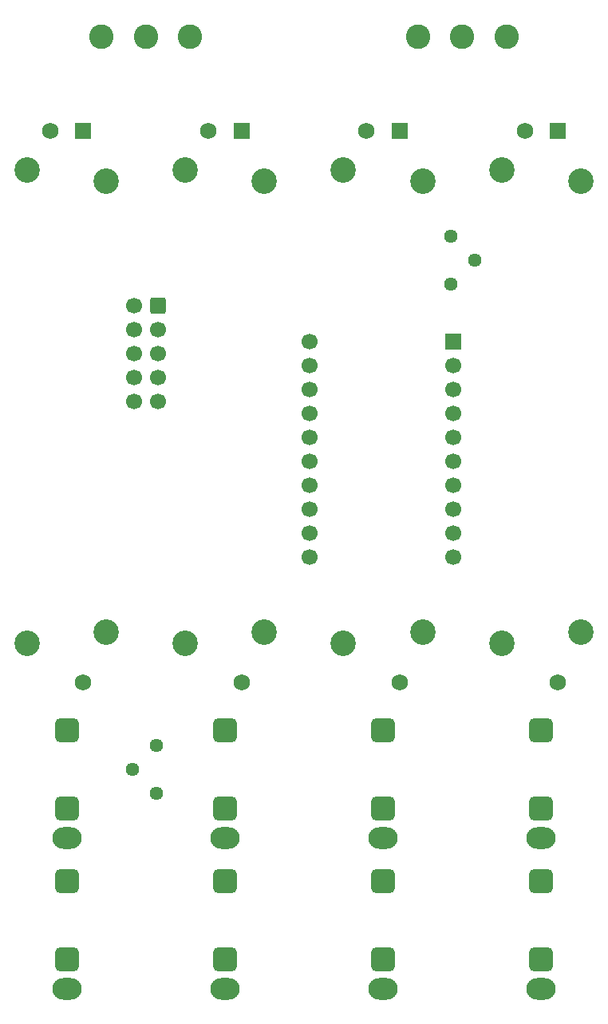
<source format=gbs>
G04 #@! TF.GenerationSoftware,KiCad,Pcbnew,7.0.7*
G04 #@! TF.CreationDate,2025-10-31T21:12:30+08:00*
G04 #@! TF.ProjectId,3340_VCO,33333430-5f56-4434-9f2e-6b696361645f,rev?*
G04 #@! TF.SameCoordinates,Original*
G04 #@! TF.FileFunction,Soldermask,Bot*
G04 #@! TF.FilePolarity,Negative*
%FSLAX46Y46*%
G04 Gerber Fmt 4.6, Leading zero omitted, Abs format (unit mm)*
G04 Created by KiCad (PCBNEW 7.0.7) date 2025-10-31 21:12:30*
%MOMM*%
%LPD*%
G01*
G04 APERTURE LIST*
G04 Aperture macros list*
%AMRoundRect*
0 Rectangle with rounded corners*
0 $1 Rounding radius*
0 $2 $3 $4 $5 $6 $7 $8 $9 X,Y pos of 4 corners*
0 Add a 4 corners polygon primitive as box body*
4,1,4,$2,$3,$4,$5,$6,$7,$8,$9,$2,$3,0*
0 Add four circle primitives for the rounded corners*
1,1,$1+$1,$2,$3*
1,1,$1+$1,$4,$5*
1,1,$1+$1,$6,$7*
1,1,$1+$1,$8,$9*
0 Add four rect primitives between the rounded corners*
20,1,$1+$1,$2,$3,$4,$5,0*
20,1,$1+$1,$4,$5,$6,$7,0*
20,1,$1+$1,$6,$7,$8,$9,0*
20,1,$1+$1,$8,$9,$2,$3,0*%
G04 Aperture macros list end*
%ADD10O,3.100000X2.300000*%
%ADD11RoundRect,0.650000X-0.650000X-0.650000X0.650000X-0.650000X0.650000X0.650000X-0.650000X0.650000X0*%
%ADD12C,2.600000*%
%ADD13R,1.750000X1.750000*%
%ADD14C,1.750000*%
%ADD15C,2.700000*%
%ADD16C,1.440000*%
%ADD17R,1.700000X1.700000*%
%ADD18C,1.700000*%
%ADD19RoundRect,0.250000X0.600000X0.600000X-0.600000X0.600000X-0.600000X-0.600000X0.600000X-0.600000X0*%
G04 APERTURE END LIST*
D10*
X108390000Y-150480000D03*
D11*
X108390000Y-139080000D03*
X108390000Y-147380000D03*
D10*
X74830000Y-150480000D03*
D11*
X74830000Y-139080000D03*
X74830000Y-147380000D03*
D12*
X112080000Y-49500000D03*
X116780000Y-49500000D03*
X121480000Y-49500000D03*
D13*
X126920000Y-59500000D03*
D14*
X123420000Y-59500000D03*
X126920000Y-118000000D03*
D15*
X120970000Y-63650000D03*
X129370000Y-64850000D03*
X129370000Y-112650000D03*
X120970000Y-113850000D03*
D10*
X125170000Y-134480000D03*
D11*
X125170000Y-123080000D03*
X125170000Y-131380000D03*
D13*
X76580000Y-59500000D03*
D14*
X73080000Y-59500000D03*
X76580000Y-118000000D03*
D15*
X70630000Y-63650000D03*
X79030000Y-64850000D03*
X79030000Y-112650000D03*
X70630000Y-113850000D03*
D12*
X78520000Y-49500000D03*
X83220000Y-49500000D03*
X87920000Y-49500000D03*
D10*
X91610000Y-150480000D03*
D11*
X91610000Y-139080000D03*
X91610000Y-147380000D03*
D10*
X125170000Y-150480000D03*
D11*
X125170000Y-139080000D03*
X125170000Y-147380000D03*
D13*
X93360000Y-59500000D03*
D14*
X89860000Y-59500000D03*
X93360000Y-118000000D03*
D15*
X87410000Y-63650000D03*
X95810000Y-64850000D03*
X95810000Y-112650000D03*
X87410000Y-113850000D03*
D13*
X110140000Y-59500000D03*
D14*
X106640000Y-59500000D03*
X110140000Y-118000000D03*
D15*
X104190000Y-63650000D03*
X112590000Y-64850000D03*
X112590000Y-112650000D03*
X104190000Y-113850000D03*
D10*
X108390000Y-134480000D03*
D11*
X108390000Y-123080000D03*
X108390000Y-131380000D03*
D10*
X74830000Y-134480000D03*
D11*
X74830000Y-123080000D03*
X74830000Y-131380000D03*
D10*
X91610000Y-134480000D03*
D11*
X91610000Y-123080000D03*
X91610000Y-131380000D03*
D16*
X115570000Y-75692000D03*
X118110000Y-73152000D03*
X115570000Y-70612000D03*
D17*
X115824000Y-81788000D03*
D18*
X115824000Y-84328000D03*
X115824000Y-86868000D03*
X115824000Y-89408000D03*
X115824000Y-91948000D03*
X115824000Y-94488000D03*
X115824000Y-97028000D03*
X115824000Y-99568000D03*
X115824000Y-102108000D03*
X115824000Y-104648000D03*
X100584000Y-104648000D03*
X100584000Y-102108000D03*
X100584000Y-99568000D03*
X100584000Y-97028000D03*
X100584000Y-94488000D03*
X100584000Y-91948000D03*
X100584000Y-89408000D03*
X100584000Y-86868000D03*
X100584000Y-84328000D03*
X100584000Y-81788000D03*
D16*
X84333000Y-124704000D03*
X81793000Y-127244000D03*
X84333000Y-129784000D03*
D19*
X84490000Y-78000000D03*
D18*
X81950000Y-78000000D03*
X84490000Y-80540000D03*
X81950000Y-80540000D03*
X84490000Y-83080000D03*
X81950000Y-83080000D03*
X84490000Y-85620000D03*
X81950000Y-85620000D03*
X84490000Y-88160000D03*
X81950000Y-88160000D03*
M02*

</source>
